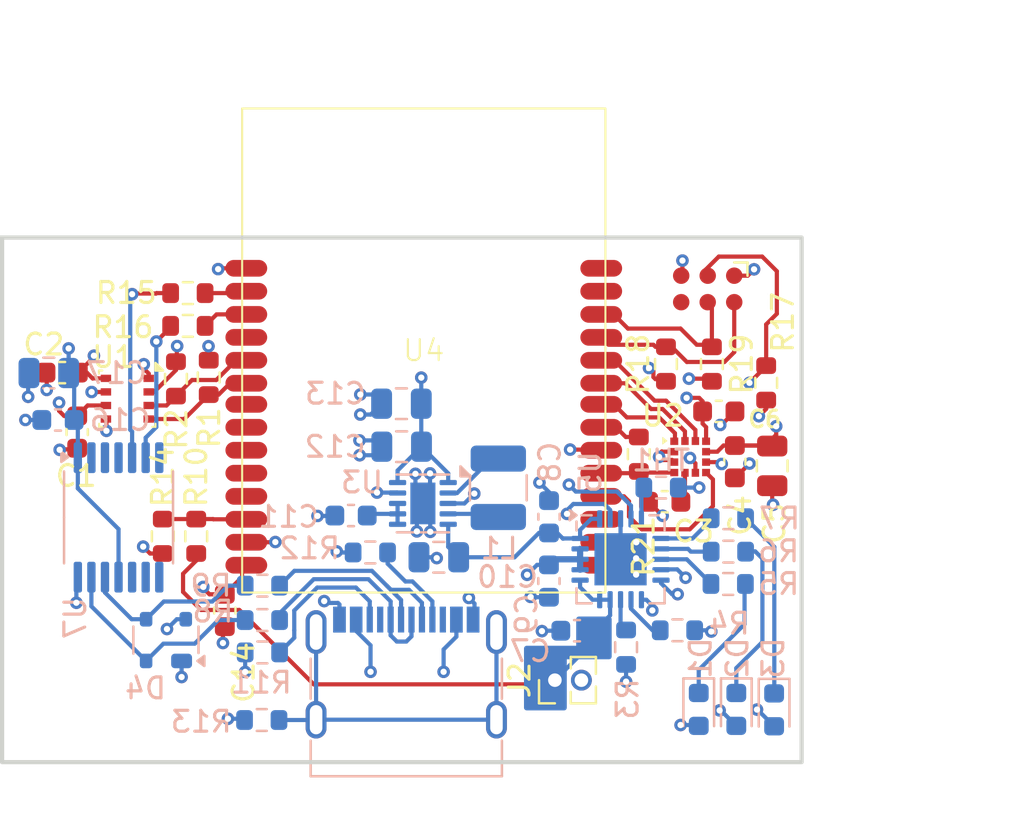
<source format=kicad_pcb>
(kicad_pcb (version 20241229) (generator "pcbnew") (generator_version "9.0")
  (layers (0 "F.Cu" signal) (4 "In1.Cu" signal) (6 "In2.Cu" signal) (2 "B.Cu" signal) (13 "F.Paste" user) (15 "B.Paste" user) (5 "F.SilkS" user "F.Silkscreen") (7 "B.SilkS" user "B.Silkscreen") (1 "F.Mask" user) (3 "B.Mask" user) (25 "Edge.Cuts" user))
  (net 0 "")
  (net 1 "GND")
  (net 2 "/usb-c/Protected_D-")
  (net 3 "/usb-c/Protected_D+")
  (net 4 "/INT2_XL")
  (net 5 "/INT1_XL")
  (net 6 "Net-(U2-C1)")
  (net 7 "/MOSI")
  (net 8 "/INT_MAG{slash}DRDY")
  (net 9 "/SPC")
  (net 15 "Net-(U4-P1.04{slash}AIN0)")
  (net 17 "/nRESET")
  (net 18 "/SWDIO")
  (net 20 "+V_bat")
  (net 21 "/SWCLK")
  (net 23 "/PWR_SUPPLY/Buck-Boost/Vin")
  (net 24 "+5V")
  (net 30 "+3V3")
  (net 31 "Net-(U3-L1)")
  (net 32 "Net-(U3-EN)")
  (net 33 "Net-(U3-L2)")
  (net 34 "Net-(U5-~{PG})")
  (net 35 "Net-(U5-PROG1)")
  (net 36 "Net-(U5-STAT2)")
  (net 37 "Net-(U5-PROG3)")
  (net 38 "Net-(U5-STAT1{slash}~{LBO})")
  (net 39 "Net-(U5-THERM)")
  (net 40 "Net-(U7-URx)")
  (net 41 "Net-(U7-UTx)")
  (net 42 "/TX")
  (net 43 "/RX")
  (net 46 "Net-(D1-K)")
  (net 47 "Net-(D2-K)")
  (net 48 "Net-(D3-K)")
  (net 49 "Net-(J3-D--PadA7)")
  (net 50 "Net-(J3-SHIELD)")
  (net 52 "Net-(J3-D+-PadA6)")
  (net 53 "Net-(J3-CC1)")
  (net 55 "Net-(J3-CC2)")
  (net 56 "/SCL")
  (net 57 "/SDA")
  (net 62 "/MISO")
  (footprint "Capacitor_SMD:C_0603_1608Metric" (layer "F.Cu") (at 155.43 76.17)
    (property "Reference" "C6")
    (property "Value" "0.1u")
  )
  (footprint "Capacitor_SMD:C_0603_1608Metric" (layer "F.Cu") (at 152.84 80.5 180)
    (property "Reference" "C3")
    (property "Value" "0.1u")
  )
  (footprint "Resistor_SMD:R_0603_1608Metric" (layer "F.Cu") (at 151.6 78.22 -90)
    (property "Reference" "R21")
    (property "Value" "10k")
  )
  (footprint "Connector_PinHeader_1.27mm:PinHeader_1x02_P1.27mm_Vertical" (layer "F.Cu") (at 147.58 89.05 90)
    (property "Reference" "J2")
    (property "Value" "Conn_01x02")
  )
  (footprint "My_Libraries:LSM303AHTR" (layer "F.Cu") (at 154.06 78.35)
    (property "Reference" "U2")
    (property "Value" "LSM303AHTR" (hide yes))
  )
  (footprint "Resistor_SMD:R_0603_1608Metric" (layer "F.Cu") (at 128.8 82.155 -90)
    (property "Reference" "R14")
    (property "Value" "100k")
  )
  (footprint "Resistor_SMD:R_0603_1608Metric" (layer "F.Cu") (at 130.4 82.155 90)
    (property "Reference" "R10")
    (property "Value" "100k")
  )
  (footprint "Resistor_SMD:R_0603_1608Metric" (layer "F.Cu") (at 131 74.54 90)
    (property "Reference" "R1")
    (property "Value" "4.7k")
  )
  (footprint "Resistor_SMD:R_0603_1608Metric" (layer "F.Cu") (at 130 72.07)
    (property "Reference" "R16")
    (property "Value" "100R")
  )
  (footprint "Package_LGA:Bosch_LGA-8_2.5x2.5mm_P0.65mm_ClockwisePinNumbering" (layer "F.Cu") (at 127.1 75.56 -90)
    (property "Reference" "U1")
    (property "Value" "BME280")
  )
  (footprint "Resistor_SMD:R_0603_1608Metric" (layer "F.Cu") (at 157.7 74.8 -90)
    (property "Reference" "R17")
    (property "Value" "10k")
  )
  (footprint "Capacitor_SMD:C_0603_1608Metric" (layer "F.Cu") (at 123.98 74.31 180)
    (property "Reference" "C2")
    (property "Value" "0.1u")
  )
  (footprint "Connector:Tag-Connect_TC2030-IDC-NL_2x03_P1.27mm_Vertical" (layer "F.Cu") (at 154.9 70.3 180)
    (property "Reference" "J1" (hide yes))
    (property "Value" "Conn_ARM_SWD_TagConnect_TC2030-NL")
  )
  (footprint "Capacitor_SMD:C_0603_1608Metric" (layer "F.Cu") (at 124.7 77.16 -90)
    (property "Reference" "C1")
    (property "Value" "0.1u")
  )
  (footprint "Capacitor_SMD:C_0603_1608Metric" (layer "F.Cu") (at 156.2 78.58 -90)
    (property "Reference" "C4")
    (property "Value" "0.1u")
  )
  (footprint "Capacitor_SMD:C_0805_2012Metric" (layer "F.Cu") (at 157.99 78.78 -90)
    (property "Reference" "C5")
    (property "Value" "10u")
  )
  (footprint "Resistor_SMD:R_0603_1608Metric" (layer "F.Cu") (at 129.43 74.61 90)
    (property "Reference" "R2")
    (property "Value" "4.7k")
  )
  (footprint "Resistor_SMD:R_0603_1608Metric" (layer "F.Cu") (at 130 70.5)
    (property "Reference" "R15")
    (property "Value" "100R")
  )
  (footprint "Resistor_SMD:R_0603_1608Metric" (layer "F.Cu") (at 152.9 73.9 -90)
    (property "Reference" "R18")
    (property "Value" "10k")
  )
  (footprint "My_Libraries:ME54BS01" (layer "F.Cu") (at 141.3 73.25)
    (property "Reference" "U4")
    (property "Value" "ME54BS01")
  )
  (footprint "Capacitor_SMD:C_0603_1608Metric" (layer "F.Cu") (at 131.77 85.71 -90)
    (property "Reference" "C14")
    (property "Value" "0.1u")
  )
  (footprint "Resistor_SMD:R_0603_1608Metric" (layer "F.Cu") (at 155.1 73.9 -90)
    (property "Reference" "R19")
    (property "Value" "10k")
  )
  (footprint "LED_SMD:LED_0603_1608Metric" (layer "B.Cu") (at 156.27 90.4525 -90)
    (property "Reference" "D2")
    (property "Value" "LED")
  )
  (footprint "Resistor_SMD:R_0603_1608Metric" (layer "B.Cu") (at 133.57 84.52 180)
    (property "Reference" "R9")
    (property "Value" "22R")
  )
  (footprint "LED_SMD:LED_0603_1608Metric" (layer "B.Cu") (at 154.47 90.4525 -90)
    (property "Reference" "D1")
    (property "Value" "LED")
  )
  (footprint "Capacitor_SMD:C_0603_1608Metric" (layer "B.Cu") (at 137.815 81.16 180)
    (property "Reference" "C11")
    (property "Value" "0.1u")
  )
  (footprint "Resistor_SMD:R_0603_1608Metric" (layer "B.Cu") (at 133.54 90.96)
    (property "Reference" "R13")
    (property "Value" "1M")
  )
  (footprint "Resistor_SMD:R_0603_1608Metric" (layer "B.Cu") (at 133.57 87.72)
    (property "Reference" "R11")
    (property "Value" "5.11k")
  )
  (footprint "Inductor_SMD:L_1210_3225Metric" (layer "B.Cu") (at 144.87 79.83 90)
    (property "Reference" "L1")
    (property "Value" "1.5u")
  )
  (footprint "Capacitor_SMD:C_0603_1608Metric" (layer "B.Cu") (at 148.64 86.68 180)
    (property "Reference" "C7")
    (property "Value" "4.7u")
  )
  (footprint "Resistor_SMD:R_0603_1608Metric" (layer "B.Cu") (at 155.89 82.89)
    (property "Reference" "R6")
    (property "Value" "470R")
  )
  (footprint "Resistor_SMD:R_0603_1608Metric" (layer "B.Cu") (at 155.88 84.44)
    (property "Reference" "R5")
    (property "Value" "470R")
  )
  (footprint "Connector_USB:USB_C_Receptacle_G-Switch_GT-USB-7010ASV" (layer "B.Cu") (at 140.462 89.87 180)
    (property "Reference" "J3" (hide yes))
    (property "Value" "USB_C_Receptacle")
  )
  (footprint "Resistor_SMD:R_0603_1608Metric" (layer "B.Cu") (at 133.57 86.17 180)
    (property "Reference" "R8")
    (property "Value" "22R")
  )
  (footprint "Capacitor_SMD:C_0603_1608Metric" (layer "B.Cu") (at 147.295 84.3 -90)
    (property "Reference" "C9")
    (property "Value" "10u")
  )
  (footprint "LED_SMD:LED_0603_1608Metric" (layer "B.Cu") (at 158.08 90.4725 -90)
    (property "Reference" "D3")
    (property "Value" "LED" (hide yes))
  )
  (footprint "Package_SO:TSSOP-14_4.4x5mm_P0.65mm" (layer "B.Cu") (at 126.68 81.25 -90)
    (property "Reference" "U7")
    (property "Value" "MCP2221AxST")
  )
  (footprint "Resistor_SMD:R_0603_1608Metric" (layer "B.Cu") (at 152.665 79.82)
    (property "Reference" "TH1")
    (property "Value" "10k")
  )
  (footprint "Resistor_SMD:R_0603_1608Metric" (layer "B.Cu") (at 150.99 87.47 -90)
    (property "Reference" "R3")
    (property "Value" "Rprog1")
  )
  (footprint "Package_DFN_QFN:QFN-20-1EP_4x4mm_P0.5mm_EP2.5x2.5mm" (layer "B.Cu") (at 150.725 83.2575 -90)
    (property "Reference" "U5")
    (property "Value" "MCP73871")
  )
  (footprint "Capacitor_SMD:C_0805_2012Metric" (layer "B.Cu") (at 123.34 74.33 180)
    (property "Reference" "C17")
    (property "Value" "4.7u")
  )
  (footprint "Capacitor_SMD:C_0805_2012Metric" (layer "B.Cu") (at 140.24 77.86 180)
    (property "Reference" "C12")
    (property "Value" "10u")
  )
  (footprint "Resistor_SMD:R_0603_1608Metric" (layer "B.Cu") (at 155.89 81.29)
    (property "Reference" "R7")
    (property "Value" "470R")
  )
  (footprint "Capacitor_SMD:C_0805_2012Metric" (layer "B.Cu") (at 140.23 75.8 180)
    (property "Reference" "C13")
    (property "Value" "10u")
  )
  (footprint "Capacitor_SMD:C_0603_1608Metric" (layer "B.Cu") (at 123.78 76.58 180)
    (property "Reference" "C16")
    (property "Value" "0.1u")
  )
  (footprint "Capacitor_SMD:C_0603_1608Metric" (layer "B.Cu") (at 147.3 81.22 90)
    (property "Reference" "C8")
    (property "Value" "4.7u")
  )
  (footprint "Package_TO_SOT_SMD:SOT-143" (layer "B.Cu") (at 128.95 87.13 90)
    (property "Reference" "D4")
    (property "Value" "PRTR5V0U2X")
  )
  (footprint "Package_SON:WSON-10-1EP_2.5x2.5mm_P0.5mm_EP1.2x2mm" (layer "B.Cu") (at 141.2575 80.58 180)
    (property "Reference" "U3")
    (property "Value" "TPS63031DSK")
  )
  (footprint "Resistor_SMD:R_0603_1608Metric" (layer "B.Cu") (at 153.45 86.66)
    (property "Reference" "R4")
    (property "Value" "Rprog3")
  )
  (footprint "Capacitor_SMD:C_0805_2012Metric" (layer "B.Cu") (at 142.02 83.16 180)
    (property "Reference" "C10")
    (property "Value" "10u")
  )
  (footprint "Resistor_SMD:R_0603_1608Metric" (layer "B.Cu") (at 138.74 82.93)
    (property "Reference" "R12")
    (property "Value" "5.11k" (hide yes))
  )
  (gr_rect (start 121.102 67.837) (end 159.398 92.979) (stroke (width 0.2)) (fill no) (layer "Edge.Cuts"))
  (segment (start 134.18 82.44) (end 134.19 82.43) (width 0.2) (layer "F.Cu") (net 1))
  (segment (start 156.9 78.67) (end 156.215 79.355) (width 0.2) (layer "F.Cu") (net 1))
  (segment (start 123.88 77.99) (end 124.645 77.99) (width 0.2) (layer "F.Cu") (net 1))
  (segment (start 155.555 76.82) (end 156.205 76.17) (width 0.2) (layer "F.Cu") (net 1))
  (segment (start 126.1 76.56) (end 126.075 76.535) (width 0.2) (layer "F.Cu") (net 1))
  (segment (start 132.8 69.31) (end 131.49 69.31) (width 0.2) (layer "F.Cu") (net 1))
  (segment (start 152.57 78.22) (end 152.7 78.09) (width 0.2) (layer "F.Cu") (net 1))
  (segment (start 127.86 82.65) (end 128.19 82.98) (width 0.2) (layer "F.Cu") (net 1))
  (segment (start 154.775 74.6) (end 154.9 74.725) (width 0.2) (layer "F.Cu") (net 1))
  (segment (start 131.68 87.27) (end 131.68 86.575) (width 0.2) (layer "F.Cu") (net 1))
  (segment (start 123.24 75.14) (end 123.24 74.345) (width 0.2) (layer "F.Cu") (net 1))
  (segment (start 155.5 76.82) (end 155.555 76.82) (width 0.2) (layer "F.Cu") (net 1))
  (segment (start 153.198126 78.500189) (end 153.298 78.600063) (width 0.2) (layer "F.Cu") (net 1))
  (segment (start 123.24 74.345) (end 123.205 74.31) (width 0.2) (layer "F.Cu") (net 1))
  (segment (start 132.8 82.44) (end 134.18 82.44) (width 0.2) (layer "F.Cu") (net 1))
  (segment (start 131.49 69.31) (end 131.45 69.35) (width 0.2) (layer "F.Cu") (net 1))
  (segment (start 152.7 78.09) (end 152.709937 78.099937) (width 0.2) (layer "F.Cu") (net 1))
  (segment (start 154.310063 78.660063) (end 154.05 78.4) (width 0.2) (layer "F.Cu") (net 1))
  (segment (start 152.709937 78.099937) (end 153.298 78.099937) (width 0.2) (layer "F.Cu") (net 1))
  (segment (start 126.07 75.24) (end 126.075 75.235) (width 0.2) (layer "F.Cu") (net 1))
  (segment (start 154 74.6) (end 154.775 74.6) (width 0.2) (layer "F.Cu") (net 1))
  (segment (start 128.19 82.98) (end 128.8 82.98) (width 0.2) (layer "F.Cu") (net 1))
  (segment (start 152.57 78.35) (end 152.720189 78.500189) (width 0.2) (layer "F.Cu") (net 1))
  (segment (start 154.310063 79.112) (end 154.310063 78.660063) (width 0.2) (layer "F.Cu") (net 1))
  (segment (start 125.39 75.24) (end 126.07 75.24) (width 0.2) (layer "F.Cu") (net 1))
  (segment (start 152.735 81.17) (end 152.065 80.5) (width 0.2) (layer "F.Cu") (net 1))
  (segment (start 154.9 74.725) (end 155.1 74.725) (width 0.2) (layer "F.Cu") (net 1))
  (segment (start 131.68 86.575) (end 131.77 86.485) (width 0.2) (layer "F.Cu") (net 1))
  (segment (start 127.89 73.91) (end 127.89 74.12) (width 0.2) (layer "F.Cu") (net 1))
  (segment (start 155.480063 78.600063) (end 154.822 78.600063) (width 0.2) (layer "F.Cu") (net 1))
  (segment (start 153.69 69.605) (end 153.63 69.665) (width 0.2) (layer "F.Cu") (net 1))
  (segment (start 123.86 78.01) (end 123.88 77.99) (width 0.2) (layer "F.Cu") (net 1))
  (segment (start 128.125 74.355) (end 128.125 74.585) (width 0.2) (layer "F.Cu") (net 1))
  (segment (start 127.89 74.12) (end 128.125 74.355) (width 0.2) (layer "F.Cu") (net 1))
  (segment (start 152.74 81.17) (end 152.735 81.17) (width 0.2) (layer "F.Cu") (net 1))
  (segment (start 152.57 78.35) (end 152.57 78.22) (width 0.2) (layer "F.Cu") (net 1))
  (segment (start 152.720189 78.500189) (end 153.198126 78.500189) (width 0.2) (layer "F.Cu") (net 1))
  (segment (start 124.645 77.99) (end 124.7 77.935) (width 0.2) (layer "F.Cu") (net 1))
  (segment (start 157.99 80.6) (end 157.99 79.73) (width 0.2) (layer "F.Cu") (net 1))
  (segment (start 158.03 80.64) (end 157.99 80.6) (width 0.2) (layer "F.Cu") (net 1))
  (segment (start 155.57 78.69) (end 155.480063 78.600063) (width 0.2) (layer "F.Cu") (net 1))
  (segment (start 153.69 68.94) (end 153.69 69.605) (width 0.2) (layer "F.Cu") (net 1))
  (segment (start 156.215 79.355) (end 156.2 79.355) (width 0.2) (layer "F.Cu") (net 1))
  (segment (start 126.1 77.1) (end 126.1 76.56) (width 0.2) (layer "F.Cu") (net 1))
  (via (at 155.07 86.72) (size 0.6) (drill 0.3) (layers "F.Cu" "B.Cu") (net 1))
  (via (at 156.9 78.67) (size 0.6) (drill 0.3) (layers "F.Cu" "B.Cu") (net 1))
  (via (at 125.39 75.24) (size 0.6) (drill 0.3) (layers "F.Cu" "B.Cu") (net 1))
  (via (at 154.49 79.82) (size 0.6) (drill 0.3) (layers "F.Cu" "B.Cu") (net 1))
  (via (at 131.68 87.27) (size 0.6) (drill 0.3) (layers "F.Cu" "B.Cu") (net 1))
  (via (at 123.86 78.01) (size 0.6) (drill 0.3) (layers "F.Cu" "B.Cu") (net 1))
  (via (at 138.26 76.32) (size 0.6) (drill 0.3) (layers "F.Cu" "B.Cu") (net 1))
  (via (at 143.46 85.11) (size 0.6) (drill 0.3) (layers "F.Cu" "B.Cu") (net 1))
  (via (at 124.66 85.34) (size 0.6) (drill 0.3) (layers "F.Cu" "B.Cu") (net 1))
  (via (at 138.26 75.36) (size 0.6) (drill 0.3) (layers "F.Cu" "B.Cu") (net 1))
  (via (at 131.45 69.35) (size 0.6) (drill 0.3) (layers "F.Cu" "B.Cu") (net 1))
  (via (at 141.92 83.2) (size 0.6) (drill 0.3) (layers "F.Cu" "B.Cu") (net 1))
  (via (at 127.86 82.65) (size 0.6) (drill 0.3) (layers "F.Cu" "B.Cu") (net 1))
  (via (at 152.247282 85.706641) (size 0.6) (drill 0.3) (layers "F.Cu" "B.Cu") (net 1))
  (via (at 123.24 75.14) (size 0.6) (drill 0.3) (layers "F.Cu" "B.Cu") (net 1))
  (via (at 152.74 81.17) (size 0.6) (drill 0.3) (layers "F.Cu" "B.Cu") (net 1))
  (via (at 152.57 78.35) (size 0.6) (drill 0.3) (layers "F.Cu" "B.Cu") (net 1))
  (via (at 143.72017 80.107527) (size 0.6) (drill 0.3) (layers "F.Cu" "B.Cu") (net 1))
  (via (at 146.42 85.06) (size 0.6) (drill 0.3) (layers "F.Cu" "B.Cu") (net 1))
  (via (at 154 74.6) (size 0.6) (drill 0.3) (layers "F.Cu" "B.Cu") (net 1))
  (via (at 139.06 80.06) (size 0.6) (drill 0.3) (layers "F.Cu" "B.Cu") (net 1))
  (via (at 126.1 77.1) (size 0.6) (drill 0.3) (layers "F.Cu" "B.Cu") (net 1))
  (via (at 127.89 73.91) (size 0.6) (drill 0.3) (layers "F.Cu" "B.Cu") (net 1))
  (via (at 155.57 78.69) (size 0.6) (drill 0.3) (layers "F.Cu" "B.Cu") (net 1))
  (via (at 153.46 84.93) (size 0.6) (drill 0.3) (layers "F.Cu" "B.Cu") (net 1))
  (via (at 154.05 78.4) (size 0.6) (drill 0.3) (layers "F.Cu" "B.Cu") (net 1))
  (via (at 137.13 82.88) (size 0.6) (drill 0.3) (layers "F.Cu" "B.Cu") (net 1))
  (via (at 146.84 79.58) (size 0.6) (drill 0.3) (layers "F.Cu" "B.Cu") (net 1))
  (via (at 138.23 78.27) (size 0.6) (drill 0.3) (layers "F.Cu" "B.Cu") (net 1))
  (via (at 134.19 82.43) (size 0.6) (drill 0.3) (layers "F.Cu" "B.Cu") (net 1))
  (via (at 151.48 82.44) (size 0.6) (drill 0.3) (layers "F.Cu" "B.Cu") (net 1))
  (via (at 141.61 81.94) (size 0.6) (drill 0.3) (layers "F.Cu" "B.Cu") (net 1))
  (via (at 146.96 86.7) (size 0.6) (drill 0.3) (layers "F.Cu" "B.Cu") (net 1))
  (via (at 122.35 75.47) (size 0.6) (drill 0.3) (layers "F.Cu" "B.Cu") (net 1))
  (via (at 141.6 79.14) (size 0.6) (drill 0.3) (layers "F.Cu" "B.Cu") (net 1))
  (via (at 131.92 90.9) (size 0.6) (drill 0.3) (layers "F.Cu" "B.Cu") (net 1))
  (via (at 132.745 88.655) (size 0.6) (drill 0.3) (layers "F.Cu" "B.Cu") (net 1))
  (via (at 136.21 81.18) (size 0.6) (drill 0.3) (layers "F.Cu" "B.Cu") (net 1))
  (via (at 140.9 79.16) (size 0.6) (drill 0.3) (layers "F.Cu" "B.Cu") (net 1))
  (via (at 151.47 83.99) (size 0.6) (drill 0.3) (layers "F.Cu" "B.Cu") (net 1))
  (via (at 158.03 80.64) (size 0.6) (drill 0.3) (layers "F.Cu" "B.Cu") (net 1))
  (via (at 138.22 77.56) (size 0.6) (drill 0.3) (layers "F.Cu" "B.Cu") (net 1))
  (via (at 153.69 68.94) (size 0.6) (drill 0.3) (layers "F.Cu" "B.Cu") (net 1))
  (via (at 151.47 83.21) (size 0.6) (drill 0.3) (layers "F.Cu" "B.Cu") (net 1))
  (via (at 136.53 85.26) (size 0.6) (drill 0.3) (layers "F.Cu" "B.Cu") (net 1))
  (via (at 150.99 89.12) (size 0.6) (drill 0.3) (layers "F.Cu" "B.Cu") (net 1))
  (via (at 155.5 76.82) (size 0.6) (drill 0.3) (layers "F.Cu" "B.Cu") (net 1))
  (via (at 140.97 81.92) (size 0.6) (drill 0.3) (layers "F.Cu" "B.Cu") (net 1))
  (via (at 122.22 76.58) (size 0.6) (drill 0.3) (layers "F.Cu" "B.Cu") (net 1))
  (via (at 129.7 88.9) (size 0.6) (drill 0.3) (layers "F.Cu" "B.Cu") (net 1))
  (segment (start 139.06 80.06) (end 140.025 80.06) (width 0.2) (layer "B.Cu") (net 1))
  (segment (start 138.26 75.36) (end 138.84 75.36) (width 0.2) (layer "B.Cu") (net 1))
  (segment (start 146.435 85.075) (end 146.42 85.06) (width 0.2) (layer "B.Cu") (net 1))
  (segment (start 136.62 85.35) (end 137.19 85.35) (width 0.2) (layer "B.Cu") (net 1))
  (segment (start 129.7 88.9) (end 129.7 88.13) (width 0.2) (layer "B.Cu") (net 1))
  (segment (start 138.22 77.56) (end 138.99 77.56) (width 0.2) (layer "B.Cu") (net 1))
  (segment (start 150.725 83.2575) (end 150.7675 83.2575) (width 0.2) (layer "B.Cu") (net 1))
  (segment (start 141.88 83.16) (end 141.92 83.2) (width 0.2) (layer "B.Cu") (net 1))
  (segment (start 143.247697 80.58) (end 142.47 80.58) (width 0.2) (layer "B.Cu") (net 1))
  (segment (start 143.72017 80.107527) (end 143.247697 80.58) (width 0.2) (layer "B.Cu") (net 1))
  (segment (start 138.88 78.27) (end 139.29 77.86) (width 0.2) (layer "B.Cu") (net 1))
  (segment (start 153.46 84.93) (end 153.19 84.93) (width 0.2) (layer "B.Cu") (net 1))
  (segment (start 152.247282 85.706641) (end 152.247282 85.482282) (width 0.2) (layer "B.Cu") (net 1))
  (segment (start 153.19 84.93) (end 152.6625 84.4025) (width 0.2) (layer "B.Cu") (net 1))
  (segment (start 154.275 86.66) (end 155.01 86.66) (width 0.2) (layer "B.Cu") (net 1))
  (segment (start 141.6 79.14) (end 141.6 80.2375) (width 0.2) (layer "B.Cu") (net 1))
  (segment (start 143.73 86.077) (end 143.662 86.145) (width 0.2) (layer "B.Cu") (net 1))
  (segment (start 150.725 81.32) (end 150.725 83.2575) (width 0.2) (layer "B.Cu") (net 1))
  (segment (start 138.23 78.27) (end 138.88 78.27) (width 0.2) (layer "B.Cu") (net 1))
  (segment (start 124.66 85.34) (end 124.66 84.1825) (width 0.2) (layer "B.Cu") (net 1))
  (segment (start 147.865 86.68) (end 146.98 86.68) (width 0.2) (layer "B.Cu") (net 1))
  (segment (start 152.247282 85.482282) (end 151.96 85.195) (width 0.2) (layer "B.Cu") (net 1))
  (segment (start 138.76 76.32) (end 139.28 75.8) (width 0.2) (layer "B.Cu") (net 1))
  (segment (start 147.3 80.04) (end 147.3 80.445) (width 0.2) (layer "B.Cu") (net 1))
  (segment (start 143.73 85.38) (end 143.73 86.077) (width 0.2) (layer "B.Cu") (net 1))
  (segment (start 154.49 79.82) (end 153.49 79.82) (width 0.2) (layer "B.Cu") (net 1))
  (segment (start 147.295 85.075) (end 146.435 85.075) (width 0.2) (layer "B.Cu") (net 1))
  (segment (start 140.025 80.06) (end 140.045 80.08) (width 0.2) (layer "B.Cu") (net 1))
  (segment (start 137.262 85.422) (end 137.262 86.145) (width 0.2) (layer "B.Cu") (net 1))
  (segment (start 141.6 80.2375) (end 141.2575 80.58) (width 0.2) (layer "B.Cu") (net 1))
  (segment (start 132.745 88.655) (end 132.745 87.72) (width 0.2) (layer "B.Cu") (net 1))
  (segment (start 137.18 82.93) (end 137.13 82.88) (width 0.2) (layer "B.Cu") (net 1))
  (segment (start 137.02 81.18) (end 137.04 81.16) (width 0.2) (layer "B.Cu") (net 1))
  (segment (start 143.46 85.11) (end 143.73 85.38) (width 0.2) (layer "B.Cu") (net 1))
  (segment (start 124.66 84.1825) (end 124.73 84.1125) (width 0.2) (layer "B.Cu") (net 1))
  (segment (start 140.97 80.8675) (end 141.2575 80.58) (width 0.2) (layer "B.Cu") (net 1))
  (segment (start 146.98 86.68) (end 146.96 86.7) (width 0.2) (layer "B.Cu") (net 1))
  (segment (start 132.655 90.9) (end 132.715 90.96) (width 0.2) (layer "B.Cu") (net 1))
  (segment (start 141.61 81.94) (end 141.61 80.9325) (width 0.2) (layer "B.Cu") (net 1))
  (segment (start 122.35 75.47) (end 122.35 74.37) (width 0.2) (layer "B.Cu") (net 1))
  (segment (start 138.84 75.36) (end 139.28 75.8) (width 0.2) (layer "B.Cu") (net 1))
  (segment (start 138.99 77.56) (end 139.29 77.86) (width 0.2) (layer "B.Cu") (net 1))
  (segment (start 152.6625 84.4025) (end 152.6625 84.2575) (width 0.2) (layer "B.Cu") (net 1))
  (segment (start 146.84 79.58) (end 147.3 80.04) (width 0.2) (layer "B.Cu") (net 1))
  (segment (start 141.07 83.16) (end 141.88 83.16) (width 0.2) (layer "B.Cu") (net 1))
  (segment (start 131.92 90.9) (end 132.655 90.9) (width 0.2) (layer "B.Cu") (net 1))
  (segment (start 141.61 80.9325) (end 141.2575 80.58) (width 0.2) (layer "B.Cu") (net 1))
  (segment (start 151.96 85.195) (end 151.725 85.195) (width 0.2) (layer "B.Cu") (net 1))
  (segment (start 122.22 76.58) (end 123.005 76.58) (width 0.2) (layer "B.Cu") (net 1))
  (segment (start 138.26 76.32) (end 138.76 76.32) (width 0.2) (layer "B.Cu") (net 1))
  (segment (start 137.19 85.35) (end 137.262 85.422) (width 0.2) (layer "B.Cu") (net 1))
  (segment (start 136.53 85.26) (end 136.62 85.35) (width 0.2) (layer "B.Cu") (net 1))
  (segment (start 137.915 82.93) (end 137.18 82.93) (width 0.2) (layer "B.Cu") (net 1))
  (segment (start 140.97 81.92) (end 140.97 80.8675) (width 0.2) (layer "B.Cu") (net 1))
  (segment (start 150.99 88.295) (end 150.99 89.12) (width 0.2) (layer "B.Cu") (net 1))
  (segment (start 140.9 79.16) (end 140.9 80.2225) (width 0.2) (layer "B.Cu") (net 1))
  (segment (start 140.9 80.2225) (end 141.2575 80.58) (width 0.2) (layer "B.Cu") (net 1))
  (segment (start 155.01 86.66) (end 155.07 86.72) (width 0.2) (layer "B.Cu") (net 1))
  (segment (start 136.21 81.18) (end 137.02 81.18) (width 0.2) (layer "B.Cu") (net 1))
  (segment (start 128.85 85.28) (end 128 86.13) (width 0.2) (layer "B.Cu") (net 2))
  (segment (start 131.93 84.52) (end 131.17 85.28) (width 0.2) (layer "B.Cu") (net 2))
  (segment (start 126.03 84.849999) (end 127.310001 86.13) (width 0.2) (layer "B.Cu") (net 2))
  (segment (start 131.17 85.28) (end 128.85 85.28) (width 0.2) (layer "B.Cu") (net 2))
  (segment (start 127.310001 86.13) (end 128 86.13) (width 0.2) (layer "B.Cu") (net 2))
  (segment (start 126.03 84.1125) (end 126.03 84.849999) (width 0.2) (layer "B.Cu") (net 2))
  (segment (start 132.745 84.52) (end 131.93 84.52) (width 0.2) (layer "B.Cu") (net 2))
  (segment (start 128.83 87.3) (end 128 88.13) (width 0.2) (layer "B.Cu") (net 3))
  (segment (start 125.38 84.1125) (end 125.38 85.51) (width 0.2) (layer "B.Cu") (net 3))
  (segment (start 130.33 87.3) (end 128.83 87.3) (width 0.2) (layer "B.Cu") (net 3))
  (segment (start 132.745 86.17) (end 131.46 86.17) (width 0.2) (layer "B.Cu") (net 3))
  (segment (start 131.46 86.17) (end 130.33 87.3) (width 0.2) (layer "B.Cu") (net 3))
  (segment (start 125.38 84.1125) (end 125.305 84.1875) (width 0.2) (layer "B.Cu") (net 3))
  (segment (start 125.38 85.51) (end 128 88.13) (width 0.2) (layer "B.Cu") (net 3))
  (segment (start 152.904969 75.654969) (end 154.310063 77.060063) (width 0.2) (layer "F.Cu") (net 4))
  (segment (start 150.42 73.72) (end 152.354969 75.654969) (width 0.2) (layer "F.Cu") (net 4))
  (segment (start 154.310063 77.060063) (end 154.310063 77.588) (width 0.2) (layer "F.Cu") (net 4))
  (segment (start 152.354969 75.654969) (end 152.904969 75.654969) (width 0.2) (layer "F.Cu") (net 4))
  (segment (start 149.8 73.72) (end 150.42 73.72) (width 0.2) (layer "F.Cu") (net 4))
  (segment (start 152.738869 76.055969) (end 152.188869 76.055969) (width 0.2) (layer "F.Cu") (net 5))
  (segment (start 153.809937 77.127037) (end 152.738869 76.055969) (width 0.2) (layer "F.Cu") (net 5))
  (segment (start 153.809937 77.588) (end 153.809937 77.127037) (width 0.2) (layer "F.Cu") (net 5))
  (segment (start 152.188869 76.055969) (end 150.9529 74.82) (width 0.2) (layer "F.Cu") (net 5))
  (segment (start 150.9529 74.82) (end 149.8 74.82) (width 0.2) (layer "F.Cu") (net 5))
  (segment (start 153.615 80.5) (end 153.809937 80.305063) (width 0.2) (layer "F.Cu") (net 6))
  (segment (start 153.809937 80.305063) (end 153.809937 79.112) (width 0.2) (layer "F.Cu") (net 6))
  (segment (start 150.975 77.395) (end 151.6 77.395) (width 0.2) (layer "F.Cu") (net 7))
  (segment (start 150.51 76.93) (end 150.975 77.395) (width 0.2) (layer "F.Cu") (net 7))
  (segment (start 149.8 76.93) (end 150.51 76.93) (width 0.2) (layer "F.Cu") (net 7))
  (segment (start 151.13 80.48) (end 151.13 81.21) (width 0.2) (layer "F.Cu") (net 8))
  (segment (start 151.13 81.21) (end 151.74 81.82) (width 0.2) (layer "F.Cu") (net 8))
  (segment (start 155.15 79.428189) (end 154.822 79.100189) (width 0.2) (layer "F.Cu") (net 8))
  (segment (start 151.74 81.82) (end 154.04 81.82) (width 0.2) (layer "F.Cu") (net 8))
  (segment (start 154.04 81.82) (end 155.15 80.71) (width 0.2) (layer "F.Cu") (net 8))
  (segment (start 150.89 80.24) (end 151.13 80.48) (width 0.2) (layer "F.Cu") (net 8))
  (segment (start 155.15 80.71) (end 155.15 79.428189) (width 0.2) (layer "F.Cu") (net 8))
  (segment (start 149.8 80.24) (end 150.89 80.24) (width 0.2) (layer "F.Cu") (net 8))
  (segment (start 152.572769 76.456969) (end 151.026969 76.456969) (width 0.2) (layer "F.Cu") (net 9))
  (segment (start 151.026969 76.456969) (end 150.4 75.83) (width 0.2) (layer "F.Cu") (net 9))
  (segment (start 150.4 75.83) (end 149.8 75.83) (width 0.2) (layer "F.Cu") (net 9))
  (segment (start 153.298 77.599811) (end 153.331137 77.566674) (width 0.2) (layer "F.Cu") (net 9))
  (segment (start 153.331137 77.215337) (end 152.572769 76.456969) (width 0.2) (layer "F.Cu") (net 9))
  (segment (start 153.331137 77.566674) (end 153.331137 77.215337) (width 0.2) (layer "F.Cu") (net 9))
  (segment (start 149.8 75.83) (end 150.455126 75.83) (width 0.2) (layer "F.Cu") (net 9))
  (segment (start 131.22 81.34) (end 132.8 81.34) (width 0.2) (layer "F.Cu") (net 15))
  (segment (start 130.4 81.33) (end 131.21 81.33) (width 0.2) (layer "F.Cu") (net 15))
  (segment (start 131.21 81.33) (end 131.22 81.34) (width 0.2) (layer "F.Cu") (net 15))
  (segment (start 128.8 81.33) (end 130.4 81.33) (width 0.2) (layer "F.Cu") (net 15))
  (segment (start 154.825 69.59) (end 154.9 69.665) (width 0.2) (layer "F.Cu") (net 17))
  (segment (start 158.2113 69.4513) (end 157.51 68.75) (width 0.2) (layer "F.Cu") (net 17))
  (segment (start 149.77 78) (end 149.8 78.03) (width 0.2) (layer "F.Cu") (net 17))
  (segment (start 157.7 72) (end 158.2113 71.4887) (width 0.2) (layer "F.Cu") (net 17))
  (segment (start 155.43 68.75) (end 154.825 69.355) (width 0.2) (layer "F.Cu") (net 17))
  (segment (start 154.825 69.355) (end 154.825 69.59) (width 0.2) (layer "F.Cu") (net 17))
  (segment (start 148.31 78) (end 149.77 78) (width 0.2) (layer "F.Cu") (net 17))
  (segment (start 157.7 74) (end 157.7 72) (width 0.2) (layer "F.Cu") (net 17))
  (segment (start 156.9 74.8) (end 157.7 74) (width 0.2) (layer "F.Cu") (net 17))
  (segment (start 158.2113 71.4887) (end 158.2113 69.4513) (width 0.2) (layer "F.Cu") (net 17))
  (segment (start 157.51 68.75) (end 155.43 68.75) (width 0.2) (layer "F.Cu") (net 17))
  (via (at 156.9 74.8) (size 0.6) (drill 0.3) (layers "F.Cu" "B.Cu") (net 17))
  (via (at 148.31 78) (size 0.6) (drill 0.3) (layers "F.Cu" "B.Cu") (net 17))
  (segment (start 156.17 70.935) (end 156.17 73.33) (width 0.2) (layer "F.Cu") (net 18))
  (segment (start 155.7 73.8) (end 153.9 73.8) (width 0.2) (layer "F.Cu") (net 18))
  (segment (start 152.9 73.075) (end 152.4 73.075) (width 0.2) (layer "F.Cu") (net 18))
  (segment (start 153 72.975) (end 152.9 73.075) (width 0.2) (layer "F.Cu") (net 18))
  (segment (start 149.8 72.62) (end 150.63699 72.62) (width 0.2) (layer "F.Cu") (net 18))
  (segment (start 152.3 72.975) (end 150.155 72.975) (width 0.2) (layer "F.Cu") (net 18))
  (segment (start 152.4 73.075) (end 152.3 72.975) (width 0.2) (layer "F.Cu") (net 18))
  (segment (start 150.155 72.975) (end 149.8 72.62) (width 0.2) (layer "F.Cu") (net 18))
  (segment (start 153.075 72.975) (end 153 72.975) (width 0.2) (layer "F.Cu") (net 18))
  (segment (start 153.9 73.8) (end 153.075 72.975) (width 0.2) (layer "F.Cu") (net 18))
  (segment (start 156.17 73.33) (end 155.7 73.8) (width 0.2) (layer "F.Cu") (net 18))
  (segment (start 130.4 83.32) (end 130.4 82.98) (width 0.2) (layer "F.Cu") (net 20))
  (segment (start 129.77 84.82) (end 129.77 83.95) (width 0.2) (layer "F.Cu") (net 20))
  (segment (start 147.58 89.05) (end 147.38 89.25) (width 0.2) (layer "F.Cu") (net 20))
  (segment (start 132.466 85.686) (end 130.636 85.686) (width 0.2) (layer "F.Cu") (net 20))
  (segment (start 130.636 85.686) (end 129.77 84.82) (width 0.2) (layer "F.Cu") (net 20))
  (segment (start 136.03 89.25) (end 132.466 85.686) (width 0.2) (layer "F.Cu") (net 20))
  (segment (start 129.77 83.95) (end 130.4 83.32) (width 0.2) (layer "F.Cu") (net 20))
  (segment (start 147.38 89.25) (end 136.03 89.25) (width 0.2) (layer "F.Cu") (net 20))
  (segment (start 149.415 86.68) (end 149.49 86.68) (width 0.2) (layer "B.Cu") (net 20))
  (segment (start 147.58 89.05) (end 149.415 87.215) (width 0.2) (layer "B.Cu") (net 20))
  (segment (start 150.225 85.195) (end 149.725 85.195) (width 0.2) (layer "B.Cu") (net 20))
  (segment (start 150.225 85.945) (end 150.225 85.195) (width 0.2) (layer "B.Cu") (net 20))
  (segment (start 148.7875 84.5975) (end 149.385 85.195) (width 0.2) (layer "B.Cu") (net 20))
  (segment (start 149.725 85.195) (end 149.385 85.195) (width 0.2) (layer "B.Cu") (net 20))
  (segment (start 149.49 86.68) (end 150.225 85.945) (width 0.2) (layer "B.Cu") (net 20))
  (segment (start 149.415 87.215) (end 149.415 86.68) (width 0.2) (layer "B.Cu") (net 20))
  (segment (start 148.7875 84.2575) (end 148.7875 84.5975) (width 0.2) (layer "B.Cu") (net 20))
  (segment (start 155.1 73.075) (end 154.9 73.075) (width 0.2) (layer "F.Cu") (net 21))
  (segment (start 154.825 71.01) (end 154.9 70.935) (width 0.2) (layer "F.Cu") (net 21))
  (segment (start 155.1 71.135) (end 154.9 70.935) (width 0.2) (layer "F.Cu") (net 21))
  (segment (start 154.375 72.975) (end 153.6 72.2) (width 0.2) (layer "F.Cu") (net 21))
  (segment (start 151.08 72.2) (end 150.4 71.52) (width 0.2) (layer "F.Cu") (net 21))
  (segment (start 155.1 72.875) (end 155.1 71.135) (width 0.2) (layer "F.Cu") (net 21))
  (segment (start 154.9 73.075) (end 154.8 72.975) (width 0.2) (layer "F.Cu") (net 21))
  (segment (start 153.6 72.2) (end 151.08 72.2) (width 0.2) (layer "F.Cu") (net 21))
  (segment (start 150.4 71.52) (end 149.8 71.52) (width 0.2) (layer "F.Cu") (net 21))
  (segment (start 154.8 72.975) (end 154.375 72.975) (width 0.2) (layer "F.Cu") (net 21))
  (segment (start 147.9825 82.2575) (end 148.7875 82.2575) (width 0.2) (layer "B.Cu") (net 23))
  (segment (start 149.32 81.32) (end 149.725 81.32) (width 0.2) (layer "B.Cu") (net 23))
  (segment (start 147.3 81.995) (end 146.815 81.995) (width 0.2) (layer "B.Cu") (net 23))
  (segment (start 142.47 82.66) (end 142.97 83.16) (width 0.2) (layer "B.Cu") (net 23))
  (segment (start 146.815 81.995) (end 145.65 83.16) (width 0.2) (layer "B.Cu") (net 23))
  (segment (start 147.695 81.995) (end 147.97 82.27) (width 0.2) (layer "B.Cu") (net 23))
  (segment (start 147.3 81.995) (end 147.695 81.995) (width 0.2) (layer "B.Cu") (net 23))
  (segment (start 145.65 83.16) (end 142.97 83.16) (width 0.2) (layer "B.Cu") (net 23))
  (segment (start 147.97 82.27) (end 147.9825 82.2575) (width 0.2) (layer "B.Cu") (net 23))
  (segment (start 148.7875 81.8525) (end 149.32 81.32) (width 0.2) (layer "B.Cu") (net 23))
  (segment (start 148.7875 82.2575) (end 148.7875 81.8525) (width 0.2) (layer "B.Cu") (net 23))
  (segment (start 142.47 81.58) (end 142.47 82.66) (width 0.2) (layer "B.Cu") (net 23))
  (via (at 155.47 90.5) (size 0.6) (drill 0.3) (layers "F.Cu" "B.Cu") (net 24))
  (via (at 142.25 88.65) (size 0.6) (drill 0.3) (layers "F.Cu" "B.Cu") (net 24))
  (via (at 148.16 81.08) (size 0.6) (drill 0.3) (layers "F.Cu" "B.Cu") (net 24))
  (via (at 157.26 90.46) (size 0.6) (drill 0.3) (layers "F.Cu" "B.Cu") (net 24))
  (via (at 153.6 91.2) (size 0.6) (drill 0.3) (layers "F.Cu" "B.Cu") (net 24))
  (via (at 138.75 88.65) (size 0.6) (drill 0.3) (layers "F.Cu" "B.Cu") (net 24))
  (via (at 146.25 84) (size 0.6) (drill 0.3) (layers "F.Cu" "B.Cu") (net 24))
  (via (at 153.84 84.14) (size 0.6) (drill 0.3) (layers "F.Cu" "B.Cu") (net 24))
  (via (at 148.25 79.68) (size 0.6) (drill 0.3) (layers "F.Cu" "B.Cu") (net 24))
  (segment (start 148.7875 83.7575) (end 148.7875 83.2575) (width 0.3) (layer "B.Cu") (net 24))
  (segment (start 150.21 81.305) (end 150.225 81.32) (width 0.2) (layer "B.Cu") (net 24))
  (segment (start 155.53 90.5) (end 156.27 91.24) (width 0.2) (layer "B.Cu") (net 24))
  (segment (start 155.47 90.5) (end 155.53 90.5) (width 0.2) (layer "B.Cu") (net 24))
  (segment (start 151.225 80.685) (end 151.225 81.32) (width 0.2) (layer "B.Cu") (net 24))
  (segment (start 138.062 86.692) (end 138.062 86.145) (width 0.2) (layer "B.Cu") (net 24))
  (segment (start 148.25 79.68) (end 148.58 80.01) (width 0.2) (layer "B.Cu") (net 24))
  (segment (start 142.25 87.577) (end 142.862 86.965) (width 0.2) (layer "B.Cu") (net 24))
  (segment (start 142.862 86.748) (end 142.862 86.145) (width 0.2) (layer "B.Cu") (net 24))
  (segment (start 138.75 87.38) (end 138.062 86.692) (width 0.2) (layer "B.Cu") (net 24))
  (segment (start 153.6 91.2) (end 154.43 91.2) (width 0.2) (layer "B.Cu") (net 24))
  (segment (start 148.58 80.01) (end 150.55 80.01) (width 0.2) (layer "B.Cu") (net 24))
  (segment (start 146.725 83.525) (end 147.295 83.525) (width 0.2) (layer "B.Cu") (net 24))
  (segment (start 142.25 88.65) (end 142.25 87.577) (width 0.2) (layer "B.Cu") (net 24))
  (segment (start 148.7875 82.7575) (end 148.7875 83.2575) (width 0.3) (layer "B.Cu") (net 24))
  (segment (start 153.84 84.14) (end 153.44 83.74) (width 0.2) (layer "B.Cu") (net 24))
  (segment (start 149.939798 80.6065) (end 150.225 80.891702) (width 0.2) (layer "B.Cu") (net 24))
  (segment (start 157.26 90.46) (end 157.28 90.46) (width 0.2) (layer "B.Cu") (net 24))
  (segment (start 150.55 80.01) (end 151.225 80.685) (width 0.2) (layer "B.Cu") (net 24))
  (segment (start 152.68 83.74) (end 152.6625 83.7575) (width 0.2) (layer "B.Cu") (net 24))
  (segment (start 148.16 80.91) (end 148.4635 80.6065) (width 0.2) (layer "B.Cu") (net 24))
  (segment (start 148.7875 83.2575) (end 147.5625 83.2575) (width 0.3) (layer "B.Cu") (net 24))
  (segment (start 138.75 88.65) (end 138.75 87.38) (width 0.2) (layer "B.Cu") (net 24))
  (segment (start 157.28 90.46) (end 158.08 91.26) (width 0.2) (layer "B.Cu") (net 24))
  (segment (start 150.225 80.891702) (end 150.225 81.32) (width 0.2) (layer "B.Cu") (net 24))
  (segment (start 148.4635 80.6065) (end 149.939798 80.6065) (width 0.2) (layer "B.Cu") (net 24))
  (segment (start 148.16 81.08) (end 148.16 80.91) (width 0.2) (layer "B.Cu") (net 24))
  (segment (start 146.25 84) (end 146.725 83.525) (width 0.2) (layer "B.Cu") (net 24))
  (segment (start 154.43 91.2) (end 154.47 91.24) (width 0.2) (layer "B.Cu") (net 24))
  (segment (start 142.862 86.965) (end 142.862 86.145) (width 0.2) (layer "B.Cu") (net 24))
  (segment (start 153.44 83.74) (end 152.68 83.74) (width 0.2) (layer "B.Cu") (net 24))
  (segment (start 152.09 74.09) (end 152.29 74.09) (width 0.2) (layer "F.Cu") (net 30))
  (segment (start 156.2 77.805) (end 157.48 77.805) (width 0.2) (layer "F.Cu") (net 30))
  (segment (start 124.755 74.31) (end 125.16 74.31) (width 0.2) (layer "F.Cu") (net 30))
  (segment (start 152.8 74.625) (end 152.9 74.725) (width 0.2) (layer "F.Cu") (net 30))
  (segment (start 132.5975 84.1075) (end 131.77 84.935) (width 0.2) (layer "F.Cu") (net 30))
  (segment (start 156.815 69.665) (end 157.12 69.36) (width 0.2) (layer "F.Cu") (net 30))
  (segment (start 124.075 76.385) (end 124.7 76.385) (width 0.2) (layer "F.Cu") (net 30))
  (segment (start 125.16 74.31) (end 125.44 74.59) (width 0.2) (layer "F.Cu") (net 30))
  (segment (start 157.48 77.805) (end 157.505 77.83) (width 0.2) (layer "F.Cu") (net 30))
  (segment (start 129.43 74.19) (end 129.43 73.785) (width 0.2) (layer "F.Cu") (net 30))
  (segment (start 154.822 76.922) (end 154.655 76.755) (width 0.2) (layer "F.Cu") (net 30))
  (segment (start 125.445 74.585) (end 126.075 74.585) (width 0.2) (layer "F.Cu") (net 30))
  (segment (start 129.487588 73.036296) (end 129.47 73.053884) (width 0.2) (layer "F.Cu") (net 30))
  (segment (start 125.44 74.59) (end 125.445 74.585) (width 0.2) (layer "F.Cu") (net 30))
  (segment (start 129.47 73.053884) (end 129.47 73.745) (width 0.2) (layer "F.Cu") (net 30))
  (segment (start 155.655 77.805) (end 155.36 78.1) (width 0.2) (layer "F.Cu") (net 30))
  (segment (start 132.5975 83.7425) (end 132.8 83.54) (width 0.2) (layer "F.Cu") (net 30))
  (segment (start 125.5 73.565) (end 124.755 74.31) (width 0.2) (layer "F.Cu") (net 30))
  (segment (start 131.035 84.935) (end 131.77 84.935) (width 0.2) (layer "F.Cu") (net 30))
  (segment (start 157.35 76.4) (end 157.7 76.05) (width 0.2) (layer "F.Cu") (net 30))
  (segment (start 158.18 77.29) (end 158 77.47) (width 0.2) (layer "F.Cu") (net 30))
  (segment (start 130.989758 73.045) (end 130.99 73.045242) (width 0.2) (layer "F.Cu") (net 30))
  (segment (start 123.83 76.14) (end 124.075 76.385) (width 0.2) (layer "F.Cu") (net 30))
  (segment (start 156.17 69.665) (end 156.815 69.665) (width 0.2) (layer "F.Cu") (net 30))
  (segment (start 155.36 78.1) (end 155.359937 78.099937) (width 0.2) (layer "F.Cu") (net 30))
  (segment (start 158 77.47) (end 158 77.82) (width 0.2) (layer "F.Cu") (net 30))
  (segment (start 153.89 75.52) (end 154.49 75.52) (width 0.2) (layer "F.Cu") (net 30))
  (segment (start 130.74 84.58) (end 130.74 84.64) (width 0.2) (layer "F.Cu") (net 30))
  (segment (start 154.655 75.685) (end 154.655 76.17) (width 0.2) (layer "F.Cu") (net 30))
  (segment (start 130.99 73.045242) (end 130.99 73.705) (width 0.2) (layer "F.Cu") (net 30))
  (segment (start 154.49 75.52) (end 154.655 75.685) (width 0.2) (layer "F.Cu") (net 30))
  (segment (start 152.4 74.625) (end 152.8 74.625) (width 0.2) (layer "F.Cu") (net 30))
  (segment (start 125.2 75.885) (end 126.075 75.885) (width 0.2) (layer "F.Cu") (net 30))
  (segment (start 128.385 75.235) (end 129.43 74.19) (width 0.2) (layer "F.Cu") (net 30))
  (segment (start 129.47 73.745) (end 129.43 73.785) (width 0.2) (layer "F.Cu") (net 30))
  (segment (start 154.655 76.755) (end 154.655 76.17) (width 0.2) (layer "F.Cu") (net 30))
  (segment (start 158.18 76.88) (end 158.18 77.29) (width 0.2) (layer "F.Cu") (net 30))
  (segment (start 128.125 75.235) (end 128.385 75.235) (width 0.2) (layer "F.Cu") (net 30))
  (segment (start 123.83 75.75) (end 123.83 76.14) (width 0.2) (layer "F.Cu") (net 30))
  (segment (start 156.2 77.805) (end 155.655 77.805) (width 0.2) (layer "F.Cu") (net 30))
  (segment (start 132.5975 84.1075) (end 132.5975 83.7425) (width 0.2) (layer "F.Cu") (net 30))
  (segment (start 157.4 77.805) (end 156.2 77.805) (width 0.2) (layer "F.Cu") (net 30))
  (segment (start 154.822 77.599811) (end 154.822 76.922) (width 0.2) (layer "F.Cu") (net 30))
  (segment (start 125.5 73.5) (end 125.5 73.565) (width 0.2) (layer "F.Cu") (net 30))
  (segment (start 157.7 76.05) (end 157.7 75.625) (width 0.2) (layer "F.Cu") (net 30))
  (segment (start 157.505 77.83) (end 157.99 77.83) (width 0.2) (layer "F.Cu") (net 30))
  (segment (start 152.3 74.1) (end 152.3 74.525) (width 0.2) (layer "F.Cu") (net 30))
  (segment (start 130.99 73.705) (end 131 73.715) (width 0.2) (layer "F.Cu") (net 30))
  (segment (start 152.29 74.09) (end 152.3 74.1) (width 0.2) (layer "F.Cu") (net 30))
  (segment (start 155.359937 78.099937) (end 154.822 78.099937) (width 0.2) (layer "F.Cu") (net 30))
  (segment (start 157.405 77.8) (end 157.4 77.805) (width 0.2) (layer "F.Cu") (net 30))
  (segment (start 158 77.82) (end 157.99 77.83) (width 0.2) (layer "F.Cu") (net 30))
  (segment (start 152.3 74.525) (end 152.4 74.625) (width 0.2) (layer "F.Cu") (net 30))
  (segment (start 130.74 84.64) (end 131.035 84.935) (width 0.2) (layer "F.Cu") (net 30))
  (segment (start 124.7 76.385) (end 125.2 75.885) (width 0.2) (layer "F.Cu") (net 30))
  (via (at 152.09 74.09) (size 0.6) (drill 0.3) (layers "F.Cu" "B.Cu") (net 30))
  (via (at 130.74 84.58) (size 0.6) (drill 0.3) (layers "F.Cu" "B.Cu") (net 30))
  (via (at 157.35 76.4) (size 0.6) (drill 0.3) (layers "F.Cu" "B.Cu") (net 30))
  (via (at 125.5 73.5) (size 0.6) (drill 0.3) (layers "F.Cu" "B.Cu") (net 30))
  (via (at 153.89 75.52) (size 0.6) (drill 0.3) (layers "F.Cu" "B.Cu") (net 30))
  (via (at 157.12 69.36) (size 0.6) (drill 0.3) (layers "F.Cu" "B.Cu") (net 30))
  (via (at 123.83 75.75) (size 0.6) (drill 0.3) (layers "F.Cu" "B.Cu") (net 30))
  (via (at 129 86.6) (size 0.6) (drill 0.3) (layers "F.Cu" "B.Cu") (net 30))
  (via (at 158.18 76.88) (size 0.6) (drill 0.3) (layers "F.Cu" "B.Cu") (net 30))
  (via (at 141.18 74.55) (size 0.6) (drill 0.3) (layers "F.Cu" "B.Cu") (net 30))
  (via (at 130.989758 73.045) (size 0.6) (drill 0.3) (layers "F.Cu" "B.Cu") (net 30))
  (via (at 129.487588 73.036296) (size 0.6) (drill 0.3) (layers "F.Cu" "B.Cu") (net 30))
  (via (at 124.29 73.15) (size 0.6) (drill 0.3) (layers "F.Cu" "B.Cu") (net 30))
  (segment (start 124.29 73.15) (end 124.29 74.33) (width 0.2) (layer "B.Cu") (net 30))
  (segment (start 141.18 75.8) (end 141.18 77.85) (width 0.2) (layer "B.Cu") (net 30))
  (segment (start 124.535 76.5575) (end 124.73 76.7525) (width 0.2) (layer "B.Cu") (net 30))
  (segment (start 124.73 76.7525) (end 124.73 78.3875) (width 0.2) (layer "B.Cu") (net 30))
  (segment (start 141.18 77.85) (end 141.19 77.86) (width 0.2) (layer "B.Cu") (net 30))
  (segment (start 141.57 75.41) (end 141.18 75.8) (width 0.2) (layer "B.Cu") (net 30))
  (segment (start 124.58 74.82) (end 124.535 74.865) (width 0.2) (layer "B.Cu") (net 30))
  (segment (start 124.555 74.595) (end 124.29 74.33) (width 0.2) (layer "B.Cu") (net 30))
  (segment (start 142.47 79.14) (end 142.47 79.58) (width 0.2) (layer "B.Cu") (net 30))
  (segment (start 141.18 74.55) (end 141.18 75.8) (width 0.2) (layer "B.Cu") (net 30))
  (segment (start 124.73 79.86) (end 126.68 81.81) (width 0.2) (layer "B.Cu") (net 30))
  (segment (start 124.555 76.58) (end 124.555 74.595) (width 0.2) (layer "B.Cu") (net 30))
  (segment (start 141.19 77.86) (end 142.47 79.14) (width 0.2) (layer "B.Cu") (net 30))
  (segment (start 129 86.6) (end 129.47 86.13) (width 0.2) (layer "B.Cu") (net 30))
  (segment (start 140.045 79.005) (end 140.045 79.58) (width 0.2) (layer "B.Cu") (net 30))
  (segment (start 141.19 77.86) (end 140.045 79.005) (width 0.2) (layer "B.Cu") (net 30))
  (segment (start 129.47 86.13) (end 129.9 86.13) (width 0.2) (layer "B.Cu") (net 30))
  (segment (start 126.68 81.81) (end 126.68 84.1125) (width 0.2) (layer "B.Cu") (net 30))
  (segment (start 124.73 78.3875) (end 124.73 79.86) (width 0.2) (layer "B.Cu") (net 30))
  (segment (start 144.64 81) (end 144.87 81.23) (width 0.2) (layer "B.Cu") (net 31))
  (segment (start 142.47 81.08) (end 144.5425 81.08) (width 0.2) (layer "B.Cu") (net 31))
  (segment (start 144.6225 81) (end 144.64 81) (width 0.2) (layer "B.Cu") (net 31))
  (segment (start 144.5425 81.08) (end 144.6225 81) (width 0.2) (layer "B.Cu") (net 31))
  (segment (start 140.045 81.08) (end 138.67 81.08) (width 0.2) (layer "B.Cu") (net 32))
  (segment (start 140.045 81.58) (end 140.045 81.08) (width 0.2) (layer "B.Cu") (net 32))
  (segment (start 140.045 81.08) (end 140.045 80.58) (width 0.2) (layer "B.Cu") (net 32))
  (segment (start 138.67 81.08) (end 138.59 81.16) (width 0.2) (layer "B.Cu") (net 32))
  (segment (start 144.548298 78.43) (end 144.87 78.43) (width 0.2) (layer "B.Cu") (net 33))
  (segment (start 142.898298 80.08) (end 144.548298 78.43) (width 0.2) (layer "B.Cu") (net 33))
  (segment (start 142.47 80.08) (end 142.898298 80.08) (width 0.2) (layer "B.Cu") (net 33))
  (segment (start 155.065 81.29) (end 155.065 81.365) (width 0.2) (layer "B.Cu") (net 34))
  (segment (start 155.065 81.365) (end 154.1725 82.2575) (width 0.2) (layer "B.Cu") (net 34))
  (segment (start 154.1725 82.2575) (end 152.6625 82.2575) (width 0.2) (layer "B.Cu") (net 34))
  (segment (start 150.725 86.38) (end 150.725 85.195) (width 0.2) (layer "B.Cu") (net 35))
  (segment (start 150.99 86.645) (end 150.725 86.38) (width 0.2) (layer "B.Cu") (net 35))
  (segment (start 153.96 82.7575) (end 152.6625 82.7575) (width 0.2) (layer "B.Cu") (net 36))
  (segment (start 155.065 82.89) (end 154.0925 82.89) (width 0.2) (layer "B.Cu") (net 36))
  (segment (start 154.0925 82.89) (end 153.96 82.7575) (width 0.2) (layer "B.Cu") (net 36))
  (segment (start 151.225 85.195) (end 151.225 85.623298) (width 0.2) (layer "B.Cu") (net 37))
  (segment (start 152.261702 86.66) (end 152.625 86.66) (width 0.2) (layer "B.Cu") (net 37))
  (segment (start 151.225 85.623298) (end 152.261702 86.66) (width 0.2) (layer "B.Cu") (net 37))
  (segment (start 153.8975 83.2575) (end 152.6625 83.2575) (width 0.2) (layer "B.Cu") (net 38))
  (segment (start 155.055 84.415) (end 153.8975 83.2575) (width 0.2) (layer "B.Cu") (net 38))
  (segment (start 155.055 84.44) (end 155.055 84.415) (width 0.2) (layer "B.Cu") (net 38))
  (segment (start 151.725 79.935) (end 151.84 79.82) (width 0.2) (layer "B.Cu") (net 39))
  (segment (start 151.725 81.32) (end 151.725 79.935) (width 0.2) (layer "B.Cu") (net 39))
  (segment (start 127.36 70.52) (end 128.48 70.52) (width 0.2) (layer "F.Cu") (net 40))
  (segment (start 128.5 70.5) (end 129.175 70.5) (width 0.2) (layer "F.Cu") (net 40))
  (segment (start 127.33 70.55) (end 127.36 70.52) (width 0.2) (layer "F.Cu") (net 40))
  (segment (start 128.48 70.52) (end 128.5 70.5) (width 0.2) (layer "F.Cu") (net 40))
  (via (at 127.33 70.55) (size 0.6) (drill 0.3) (layers "F.Cu" "B.Cu") (net 40))
  (segment (start 127.33 77.14) (end 127.24 77.05) (width 0.2) (layer "B.Cu") (net 40))
  (segment (start 127.24 70.64) (end 127.33 70.55) (width 0.2) (layer "B.Cu") (net 40))
  (segment (start 127.24 77.05) (end 127.24 70.64) (width 0.2) (layer "B.Cu") (net 40))
  (segment (start 127.33 78.3875) (end 127.33 77.14) (width 0.2) (layer "B.Cu") (net 40))
  (segment (start 129.14 72.105) (end 129.175 72.07) (width 0.2) (layer "F.Cu") (net 41))
  (segment (start 128.49 72.82) (end 129.14 72.17) (width 0.2) (layer "F.Cu") (net 41))
  (segment (start 129.14 72.17) (end 129.14 72.105) (width 0.2) (layer "F.Cu") (net 41))
  (via (at 128.49 72.82) (size 0.6) (drill 0.3) (layers "F.Cu" "B.Cu") (net 41))
  (segment (start 127.98 77.43) (end 127.98 78.3875) (width 0.2) (layer "B.Cu") (net 41))
  (segment (start 128.49 72.82) (end 128.49 76.92) (width 0.2) (layer "B.Cu") (net 41))
  (segment (start 128.49 76.92) (end 127.98 77.43) (width 0.2) (layer "B.Cu") (net 41))
  (segment (start 132.71 70.5) (end 132.8 70.41) (width 0.2) (layer "F.Cu") (net 42))
  (segment (start 130.825 70.5) (end 132.71 70.5) (width 0.2) (layer "F.Cu") (net 42))
  (segment (start 130.825 72.07) (end 131.375 71.52) (width 0.2) (layer "F.Cu") (net 43))
  (segment (start 131.375 71.52) (end 132.8 71.52) (width 0.2) (layer "F.Cu") (net 43))
  (segment (start 132.72 71.6) (end 132.8 71.52) (width 0.2) (layer "F.Cu") (net 43))
  (segment (start 154.47 88.56) (end 156.665 86.365) (width 0.2) (layer "B.Cu") (net 46))
  (segment (start 154.47 89.665) (end 154.47 88.56) (width 0.2) (layer "B.Cu") (net 46))
  (segment (start 156.665 86.365) (end 156.665 84.48) (width 0.2) (layer "B.Cu") (net 46))
  (segment (start 156.665 84.48) (end 156.705 84.44) (width 0.2) (layer "B.Cu") (net 46))
  (segment (start 157.52 83.225) (end 157.175 82.88) (width 0.2) (layer "B.Cu") (net 47))
  (segment (start 156.725 82.88) (end 156.715 82.89) (width 0.2) (layer "B.Cu") (net 47))
  (segment (start 157.52 87.22) (end 157.52 83.225) (width 0.2) (layer "B.Cu") (net 47))
  (segment (start 157.175 82.88) (end 156.725 82.88) (width 0.2) (layer "B.Cu") (net 47))
  (segment (start 156.27 89.665) (end 156.27 88.47) (width 0.2) (layer "B.Cu") (net 47))
  (segment (start 156.27 88.47) (end 157.52 87.22) (width 0.2) (layer "B.Cu") (net 47))
  (segment (start 158.08 89.685) (end 158.09 89.675) (width 0.2) (layer "B.Cu") (net 48))
  (segment (start 158.09 82.665) (end 156.715 81.29) (width 0.2) (layer "B.Cu") (net 48))
  (segment (start 158.09 89.675) (end 158.09 82.665) (width 0.2) (layer "B.Cu") (net 48))
  (segment (start 141.212 85.342) (end 141.212 86.145) (width 0.2) (layer "B.Cu") (net 49))
  (segment (start 140.212 85.4345) (end 140.212 86.145) (width 0.2) (layer "B.Cu") (net 49))
  (segment (start 138.8161 83.81) (end 135.105 83.81) (width 0.2) (layer "B.Cu") (net 49))
  (segment (start 139.52305 84.51695) (end 138.8161 83.81) (width 0.2) (layer "B.Cu") (net 49))
  (segment (start 140.59 84.72) (end 141.212 85.342) (width 0.2) (layer "B.Cu") (net 49))
  (segment (start 140.212 85.4345) (end 140.212 85.2059) (width 0.2) (layer "B.Cu") (net 49))
  (segment (start 135.105 83.81) (end 134.395 84.52) (width 0.2) (layer "B.Cu") (net 49))
  (segment (start 139.92805 84.92195) (end 140.1826 85.1765) (width 0.2) (layer "B.Cu") (net 49))
  (segment (start 139.52305 84.51695) (end 139.7261 84.72) (width 0.2) (layer "B.Cu") (net 49))
  (segment (start 139.92805 84.92195) (end 139.52305 84.51695) (width 0.2) (layer "B.Cu") (net 49))
  (segment (start 140.212 85.2059) (end 139.92805 84.92195) (width 0.2) (layer "B.Cu") (net 49))
  (segment (start 139.7261 84.72) (end 140.59 84.72) (width 0.2) (layer "B.Cu") (net 49))
  (segment (start 144.782 90.945) (end 136.142 90.945) (width 0.2) (layer "B.Cu") (net 50))
  (segment (start 136.142 86.745) (end 136.142 90.945) (width 0.2) (layer "B.Cu") (net 50))
  (segment (start 144.782 90.945) (end 144.782 86.745) (width 0.2) (layer "B.Cu") (net 50))
  (segment (start 134.365 90.96) (end 136.127 90.96) (width 0.2) (layer "B.Cu") (net 50))
  (segment (start 136.127 90.96) (end 136.142 90.945) (width 0.2) (layer "B.Cu") (net 50))
  (segment (start 134.395 85.845) (end 134.395 86.17) (width 0.2) (layer "B.Cu") (net 52))
  (segment (start 140.01 87.2) (end 139.712 86.902) (width 0.2) (layer "B.Cu") (net 52))
  (segment (start 140.712 86.145) (end 140.712 86.9499) (width 0.2) (layer "B.Cu") (net 52))
  (segment (start 138.65 84.211) (end 136.029 84.211) (width 0.2) (layer "B.Cu") (net 52))
  (segment (start 140.4619 87.2) (end 140.01 87.2) (width 0.2) (layer "B.Cu") (net 52))
  (segment (start 139.712 86.145) (end 139.712 85.273) (width 0.2) (layer "B.Cu") (net 52))
  (segment (start 140.712 86.9499) (end 140.4619 87.2) (width 0.2) (layer "B.Cu") (net 52))
  (segment (start 139.712 85.273) (end 138.65 84.211) (width 0.2) (layer "B.Cu") (net 52))
  (segment (start 139.712 86.902) (end 139.712 86.145) (width 0.2) (layer "B.Cu") (net 52))
  (segment (start 136.029 84.211) (end 134.395 85.845) (width 0.2) (layer "B.Cu") (net 52))
  (segment (start 141.712 85.273) (end 140.759 84.32) (width 0.2) (layer "B.Cu") (net 53))
  (segment (start 139.57 83.47) (end 139.57 83.131) (width 0.2) (layer "B.Cu") (net 53))
  (segment (start 139.565 83.126) (end 139.565 82.93) (width 0.2) (layer "B.Cu") (net 53))
  (segment (start 140.759 84.32) (end 140.42 84.32) (width 0.2) (layer "B.Cu") (net 53))
  (segment (start 141.712 86.145) (end 141.712 85.273) (width 0.2) (layer "B.Cu") (net 53))
  (segment (start 140.42 84.32) (end 139.57 83.47) (width 0.2) (layer "B.Cu") (net 53))
  (segment (start 139.57 83.131) (end 139.565 83.126) (width 0.2) (layer "B.Cu") (net 53))
  (segment (start 135.096 85.7111) (end 135.096 86.658064) (width 0.2) (layer "B.Cu") (net 55))
  (segment (start 138.712 85.273) (end 138.051 84.612) (width 0.2) (layer "B.Cu") (net 55))
  (segment (start 138.712 86.145) (end 138.712 85.273) (width 0.2) (layer "B.Cu") (net 55))
  (segment (start 136.1951 84.612) (end 135.096 85.7111) (width 0.2) (layer "B.Cu") (net 55))
  (segment (start 135.096 86.658064) (end 135.096 87.019) (width 0.2) (layer "B.Cu") (net 55))
  (segment (start 138.051 84.612) (end 136.1951 84.612) (width 0.2) (layer "B.Cu") (net 55))
  (segment (start 135.096 87.019) (end 134.395 87.72) (width 0.2) (layer "B.Cu") (net 55))
  (segment (start 132.02 74.82) (end 132.8 74.82) (width 0.2) (layer "F.Cu") (net 56))
  (segment (start 128.125 76.535) (end 129.83 76.535) (width 0.2) (layer "F.Cu") (net 56))
  (segment (start 129.83 76.535) (end 131 75.365) (width 0.2) (layer "F.Cu") (net 56))
  (segment (start 131 75.365) (end 131.475 75.365) (width 0.2) (layer "F.Cu") (net 56))
  (segment (start 131.475 75.365) (end 132.02 74.82) (width 0.2) (layer "F.Cu") (net 56))
  (segment (start 128.125 75.885) (end 128.98 75.885) (width 0.2) (layer "F.Cu") (net 57))
  (segment (start 129.43 75.435) (end 130.201 74.664) (width 0.2) (layer "F.Cu") (net 57))
  (segment (start 131.364636 74.664) (end 132.308636 73.72) (width 0.2) (layer "F.Cu") (net 57))
  (segment (start 128.98 75.885) (end 129.43 75.435) (width 0.2) (layer "F.Cu") (net 57))
  (segment (start 132.308636 73.72) (end 132.8 73.72) (width 0.2) (layer "F.Cu") (net 57))
  (segment (start 130.201 74.664) (end 131.364636 74.664) (width 0.2) (layer "F.Cu") (net 57))
  (segment (start 132.72 73.8) (end 132.8 73.72) (width 0.2) (layer "F.Cu") (net 57))
  (segment (start 151.6 79.045) (end 151.655189 79.100189) (width 0.2) (layer "F.Cu") (net 62))
  (segment (start 151.515 79.13) (end 151.6 79.045) (width 0.2) (layer "F.Cu") (net 62))
  (segment (start 151.655189 79.100189) (end 153.298 79.100189) (width 0.2) (layer "F.Cu") (net 62))
  (segment (start 149.8 79.13) (end 151.515 79.13) (width 0.2) (layer "F.Cu") (net 62))
  (segment (start 149.820189 79.150189) (end 149.8 79.13) (width 0.2) (layer "F.Cu") (net 62))
  (zone (net 20) (net_name "+V_bat") (layer "B.Cu") (priority 2) (connect_pads yes (clearance 0)) (min_thickness 0.25) (fill yes (thermal_gap 0.5) (thermal_bridge_width 0.5))
    (polygon (pts (xy 146.1 90.5) (xy 148.15 90.5) (xy 148.15 88.05) (xy 150.3 88.05) (xy 150.3 86) (xy 148.6 86) (xy 148.6 87.4) (xy 146.1 87.4)))
  )
)
</source>
